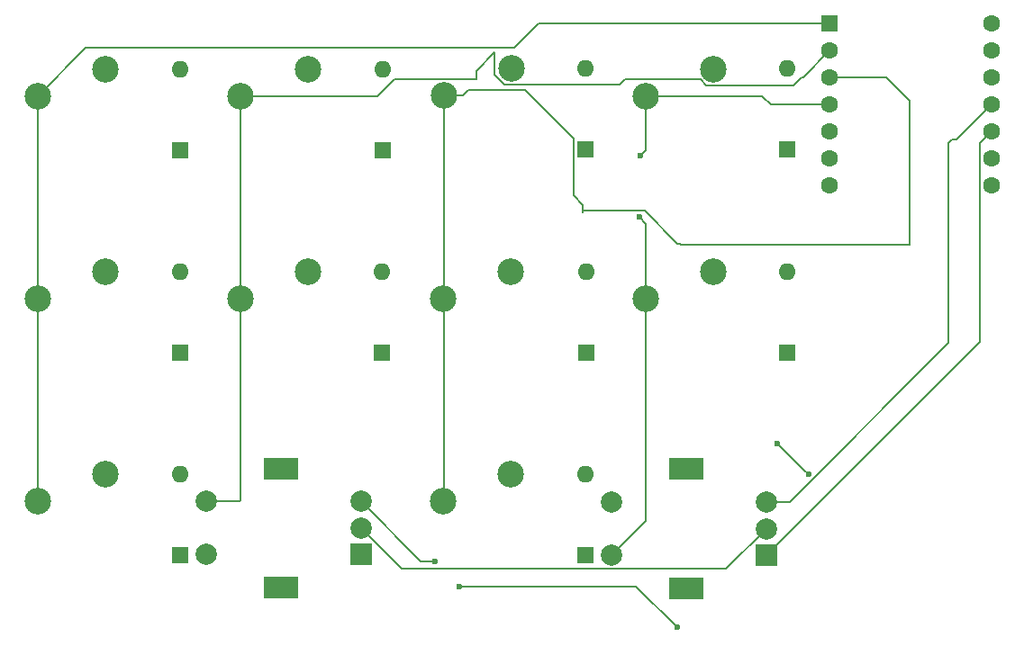
<source format=gbr>
%TF.GenerationSoftware,KiCad,Pcbnew,8.0.6*%
%TF.CreationDate,2024-10-21T23:54:32-04:00*%
%TF.ProjectId,keyboard tutorial,6b657962-6f61-4726-9420-7475746f7269,rev?*%
%TF.SameCoordinates,Original*%
%TF.FileFunction,Copper,L2,Bot*%
%TF.FilePolarity,Positive*%
%FSLAX46Y46*%
G04 Gerber Fmt 4.6, Leading zero omitted, Abs format (unit mm)*
G04 Created by KiCad (PCBNEW 8.0.6) date 2024-10-21 23:54:32*
%MOMM*%
%LPD*%
G01*
G04 APERTURE LIST*
%TA.AperFunction,ComponentPad*%
%ADD10C,2.500000*%
%TD*%
%TA.AperFunction,ComponentPad*%
%ADD11R,2.000000X2.000000*%
%TD*%
%TA.AperFunction,ComponentPad*%
%ADD12C,2.000000*%
%TD*%
%TA.AperFunction,ComponentPad*%
%ADD13R,3.200000X2.000000*%
%TD*%
%TA.AperFunction,ComponentPad*%
%ADD14R,1.600000X1.600000*%
%TD*%
%TA.AperFunction,ComponentPad*%
%ADD15C,1.600000*%
%TD*%
%TA.AperFunction,ComponentPad*%
%ADD16O,1.600000X1.600000*%
%TD*%
%TA.AperFunction,ViaPad*%
%ADD17C,0.600000*%
%TD*%
%TA.AperFunction,Conductor*%
%ADD18C,0.200000*%
%TD*%
G04 APERTURE END LIST*
D10*
%TO.P,S9,1,1*%
%TO.N,column 0*%
X107950000Y-112077500D03*
%TO.P,S9,2,2*%
%TO.N,Net-(D7-A)*%
X114300000Y-109537500D03*
%TD*%
D11*
%TO.P,SW2,A,A*%
%TO.N,Rotary 3*%
X138330000Y-117150000D03*
D12*
%TO.P,SW2,B,B*%
%TO.N,Rotary 4*%
X138330000Y-112150000D03*
%TO.P,SW2,C,C*%
%TO.N,GND*%
X138330000Y-114650000D03*
D13*
%TO.P,SW2,MP*%
%TO.N,N/C*%
X130830000Y-120250000D03*
X130830000Y-109050000D03*
D12*
%TO.P,SW2,S1,S1*%
%TO.N,column 1*%
X123830000Y-112150000D03*
%TO.P,SW2,S2,S2*%
%TO.N,row 2*%
X123830000Y-117150000D03*
%TD*%
D11*
%TO.P,SW1,A,A*%
%TO.N,Rotary 2*%
X176420000Y-117200000D03*
D12*
%TO.P,SW1,B,B*%
%TO.N,Rotary 1*%
X176420000Y-112200000D03*
%TO.P,SW1,C,C*%
%TO.N,GND*%
X176420000Y-114700000D03*
D13*
%TO.P,SW1,MP*%
%TO.N,N/C*%
X168920000Y-120300000D03*
X168920000Y-109100000D03*
D12*
%TO.P,SW1,S1,S1*%
%TO.N,row 2*%
X161920000Y-112200000D03*
%TO.P,SW1,S2,S2*%
%TO.N,column 3*%
X161920000Y-117200000D03*
%TD*%
D10*
%TO.P,S2,1,1*%
%TO.N,column 1*%
X127050000Y-73977500D03*
%TO.P,S2,2,2*%
%TO.N,Net-(D3-A)*%
X133400000Y-71437500D03*
%TD*%
%TO.P,S6,1,1*%
%TO.N,column 1*%
X127000000Y-93027500D03*
%TO.P,S6,2,2*%
%TO.N,Net-(D5-A)*%
X133350000Y-90487500D03*
%TD*%
%TO.P,S7,1,1*%
%TO.N,column 2*%
X146050000Y-93027500D03*
%TO.P,S7,2,2*%
%TO.N,Net-(D6-A)*%
X152400000Y-90487500D03*
%TD*%
%TO.P,S8,1,1*%
%TO.N,column 3*%
X165100000Y-93027500D03*
%TO.P,S8,2,2*%
%TO.N,Net-(D11-A)*%
X171450000Y-90487500D03*
%TD*%
D14*
%TO.P,U2,1,PA02_A0_D0*%
%TO.N,column 0*%
X182380000Y-67180000D03*
D15*
%TO.P,U2,2,PA4_A1_D1*%
%TO.N,column 1*%
X182380000Y-69720000D03*
%TO.P,U2,3,PA10_A2_D2*%
%TO.N,column 2*%
X182380000Y-72260000D03*
%TO.P,U2,4,PA11_A3_D3*%
%TO.N,column 3*%
X182380000Y-74800000D03*
%TO.P,U2,5,PA8_A4_D4_SDA*%
%TO.N,row 0*%
X182380000Y-77340000D03*
%TO.P,U2,6,PA9_A5_D5_SCL*%
%TO.N,row 1*%
X182380000Y-79880000D03*
%TO.P,U2,7,PB08_A6_D6_TX*%
%TO.N,row 2*%
X182380000Y-82420000D03*
%TO.P,U2,8,PB09_A7_D7_RX*%
%TO.N,Rotary 4*%
X197620000Y-82420000D03*
%TO.P,U2,9,PA7_A8_D8_SCK*%
%TO.N,Rotary 3*%
X197620000Y-79880000D03*
%TO.P,U2,10,PA5_A9_D9_MISO*%
%TO.N,Rotary 2*%
X197620000Y-77340000D03*
%TO.P,U2,11,PA6_A10_D10_MOSI*%
%TO.N,Rotary 1*%
X197620000Y-74800000D03*
%TO.P,U2,12,3V3*%
%TO.N,unconnected-(U2-3V3-Pad12)*%
X197620000Y-72260000D03*
%TO.P,U2,13,GND*%
%TO.N,GND*%
X197620000Y-69720000D03*
%TO.P,U2,14,5V*%
%TO.N,unconnected-(U2-5V-Pad14)*%
X197620000Y-67180000D03*
%TD*%
D10*
%TO.P,S3,1,1*%
%TO.N,column 2*%
X146111250Y-73921250D03*
%TO.P,S3,2,2*%
%TO.N,Net-(D2-A)*%
X152461250Y-71381250D03*
%TD*%
%TO.P,S5,1,1*%
%TO.N,column 0*%
X107950000Y-93027500D03*
%TO.P,S5,2,2*%
%TO.N,Net-(D4-A)*%
X114300000Y-90487500D03*
%TD*%
%TO.P,S4,1,1*%
%TO.N,column 3*%
X165100000Y-73977500D03*
%TO.P,S4,2,2*%
%TO.N,Net-(D10-A)*%
X171450000Y-71437500D03*
%TD*%
%TO.P,S1,1,1*%
%TO.N,column 0*%
X107950000Y-73977500D03*
%TO.P,S1,2,2*%
%TO.N,Net-(D1-A)*%
X114300000Y-71437500D03*
%TD*%
%TO.P,S10,1,1*%
%TO.N,column 2*%
X146050000Y-112077500D03*
%TO.P,S10,2,2*%
%TO.N,Net-(D9-A)*%
X152400000Y-109537500D03*
%TD*%
D14*
%TO.P,D4,1,K*%
%TO.N,row 1*%
X121321250Y-98171250D03*
D16*
%TO.P,D4,2,A*%
%TO.N,Net-(D4-A)*%
X121321250Y-90551250D03*
%TD*%
D14*
%TO.P,D10,1,K*%
%TO.N,row 0*%
X178400000Y-79010000D03*
D16*
%TO.P,D10,2,A*%
%TO.N,Net-(D10-A)*%
X178400000Y-71390000D03*
%TD*%
D14*
%TO.P,D1,1,K*%
%TO.N,row 0*%
X121321250Y-79071250D03*
D16*
%TO.P,D1,2,A*%
%TO.N,Net-(D1-A)*%
X121321250Y-71451250D03*
%TD*%
D14*
%TO.P,D11,1,K*%
%TO.N,row 1*%
X178400000Y-98110000D03*
D16*
%TO.P,D11,2,A*%
%TO.N,Net-(D11-A)*%
X178400000Y-90490000D03*
%TD*%
D14*
%TO.P,D2,1,K*%
%TO.N,row 0*%
X159432500Y-79015000D03*
D16*
%TO.P,D2,2,A*%
%TO.N,Net-(D2-A)*%
X159432500Y-71395000D03*
%TD*%
D14*
%TO.P,D6,1,K*%
%TO.N,row 1*%
X159521250Y-98161250D03*
D16*
%TO.P,D6,2,A*%
%TO.N,Net-(D6-A)*%
X159521250Y-90541250D03*
%TD*%
D14*
%TO.P,D7,1,K*%
%TO.N,row 2*%
X121321250Y-117171250D03*
D16*
%TO.P,D7,2,A*%
%TO.N,Net-(D7-A)*%
X121321250Y-109551250D03*
%TD*%
D14*
%TO.P,D3,1,K*%
%TO.N,row 0*%
X140421250Y-79071250D03*
D16*
%TO.P,D3,2,A*%
%TO.N,Net-(D3-A)*%
X140421250Y-71451250D03*
%TD*%
D14*
%TO.P,D9,1,K*%
%TO.N,row 2*%
X159421250Y-117171250D03*
D16*
%TO.P,D9,2,A*%
%TO.N,Net-(D9-A)*%
X159421250Y-109551250D03*
%TD*%
D14*
%TO.P,D5,1,K*%
%TO.N,row 1*%
X140321250Y-98171250D03*
D16*
%TO.P,D5,2,A*%
%TO.N,Net-(D5-A)*%
X140321250Y-90551250D03*
%TD*%
D17*
%TO.N,column 3*%
X164600000Y-79615000D03*
X164500000Y-85400000D03*
%TO.N,Rotary 4*%
X147610000Y-120120000D03*
X168070000Y-124000000D03*
X145290000Y-117790000D03*
%TO.N,Rotary 3*%
X177490000Y-106700000D03*
X180400000Y-109600000D03*
%TD*%
D18*
%TO.N,column 0*%
X152733282Y-69461250D02*
X155014532Y-67180000D01*
X155014532Y-67180000D02*
X182380000Y-67180000D01*
X107950000Y-73977500D02*
X112466250Y-69461250D01*
X107950000Y-73977500D02*
X107950000Y-112077500D01*
X112466250Y-69461250D02*
X152733282Y-69461250D01*
%TO.N,column 2*%
X153734133Y-73461721D02*
X158300000Y-78027588D01*
X158300000Y-78027588D02*
X158300000Y-83368750D01*
X146111250Y-73921250D02*
X146111250Y-112016250D01*
X159200000Y-84900000D02*
X159300000Y-84800000D01*
X158300000Y-83368750D02*
X159200000Y-84268750D01*
X147962192Y-73921250D02*
X148421721Y-73461721D01*
X168300000Y-87900000D02*
X168400000Y-88000000D01*
X189900000Y-88000000D02*
X189900000Y-74400000D01*
X159200000Y-84268750D02*
X159200000Y-84900000D01*
X146111250Y-112016250D02*
X146050000Y-112077500D01*
X146111250Y-73921250D02*
X147962192Y-73921250D01*
X165000000Y-84800000D02*
X168100000Y-87900000D01*
X187760000Y-72260000D02*
X182380000Y-72260000D01*
X168100000Y-87900000D02*
X168300000Y-87900000D01*
X159300000Y-84800000D02*
X165000000Y-84800000D01*
X189900000Y-74400000D02*
X187760000Y-72260000D01*
X148421721Y-73461721D02*
X153734133Y-73461721D01*
X168400000Y-88000000D02*
X189900000Y-88000000D01*
%TO.N,column 1*%
X179000000Y-73000000D02*
X179800000Y-72200000D01*
X162668750Y-72931250D02*
X163172500Y-72427500D01*
X139905000Y-73977500D02*
X141511250Y-72371250D01*
X163172500Y-72427500D02*
X170247968Y-72427500D01*
X126927500Y-112150000D02*
X127050000Y-112027500D01*
X150911250Y-69888750D02*
X150911250Y-72023282D01*
X150911250Y-72023282D02*
X151819218Y-72931250D01*
X170247968Y-72427500D02*
X170820468Y-73000000D01*
X151819218Y-72931250D02*
X162668750Y-72931250D01*
X149178837Y-71621163D02*
X150911250Y-69888750D01*
X149178837Y-72371250D02*
X149178837Y-71621163D01*
X179800000Y-72200000D02*
X179900000Y-72200000D01*
X127050000Y-112027500D02*
X127050000Y-73977500D01*
X141511250Y-72371250D02*
X149178837Y-72371250D01*
X170820468Y-73000000D02*
X179000000Y-73000000D01*
X127050000Y-73977500D02*
X139905000Y-73977500D01*
X123830000Y-112150000D02*
X126927500Y-112150000D01*
X179900000Y-72200000D02*
X182380000Y-69720000D01*
%TO.N,column 3*%
X165100000Y-93027500D02*
X165100000Y-114020000D01*
X176890000Y-74800000D02*
X182380000Y-74800000D01*
X176067500Y-73977500D02*
X176890000Y-74800000D01*
X165100000Y-86000000D02*
X165100000Y-93027500D01*
X165100000Y-73977500D02*
X165100000Y-79115000D01*
X165100000Y-73977500D02*
X176067500Y-73977500D01*
X165100000Y-114020000D02*
X161920000Y-117200000D01*
X164500000Y-85400000D02*
X165100000Y-86000000D01*
X165100000Y-79115000D02*
X164600000Y-79615000D01*
%TO.N,GND*%
X138330000Y-114650000D02*
X142180000Y-118500000D01*
X172620000Y-118500000D02*
X176420000Y-114700000D01*
X142180000Y-118500000D02*
X172620000Y-118500000D01*
%TO.N,Rotary 2*%
X196520000Y-78440000D02*
X197620000Y-77340000D01*
X196520000Y-97100000D02*
X196520000Y-78440000D01*
X176420000Y-117200000D02*
X196520000Y-97100000D01*
X176420000Y-117200000D02*
X176420000Y-117210000D01*
%TO.N,Rotary 1*%
X194320000Y-78100000D02*
X197620000Y-74800000D01*
X193600000Y-78400000D02*
X193900000Y-78100000D01*
X193900000Y-78100000D02*
X194320000Y-78100000D01*
X193600000Y-97248529D02*
X193600000Y-78400000D01*
X176420000Y-112200000D02*
X178648529Y-112200000D01*
X178648529Y-112200000D02*
X193600000Y-97248529D01*
%TO.N,Rotary 4*%
X147610000Y-120120000D02*
X164190000Y-120120000D01*
X164190000Y-120120000D02*
X168070000Y-124000000D01*
X143970000Y-117790000D02*
X145290000Y-117790000D01*
X138330000Y-112150000D02*
X143970000Y-117790000D01*
%TO.N,Rotary 3*%
X179940000Y-109150000D02*
X179950000Y-109150000D01*
X177490000Y-106700000D02*
X179940000Y-109150000D01*
X179950000Y-109150000D02*
X180400000Y-109600000D01*
%TD*%
M02*

</source>
